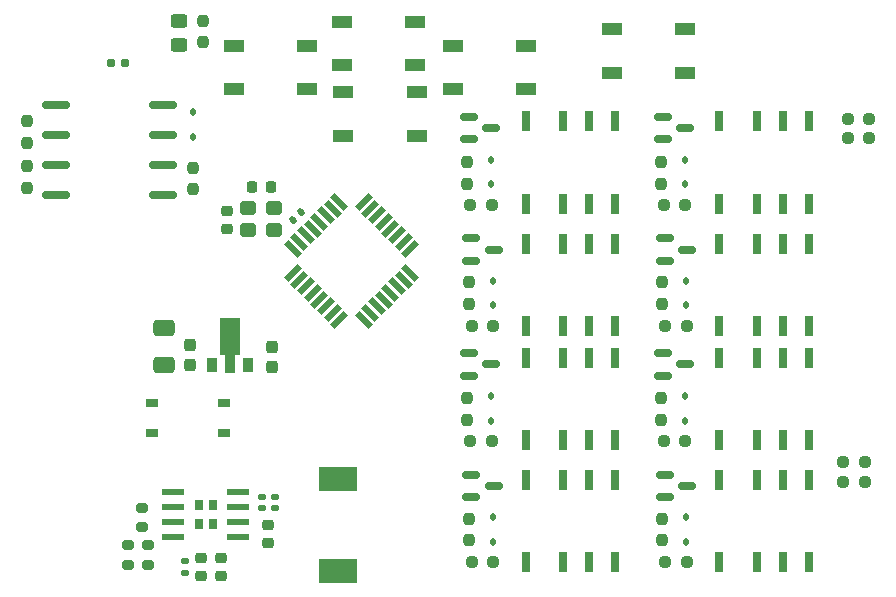
<source format=gbr>
%TF.GenerationSoftware,KiCad,Pcbnew,7.0.7*%
%TF.CreationDate,2023-09-26T16:34:25+02:00*%
%TF.ProjectId,OS-ServoDriver,4f532d53-6572-4766-9f44-72697665722e,rev?*%
%TF.SameCoordinates,Original*%
%TF.FileFunction,Paste,Top*%
%TF.FilePolarity,Positive*%
%FSLAX46Y46*%
G04 Gerber Fmt 4.6, Leading zero omitted, Abs format (unit mm)*
G04 Created by KiCad (PCBNEW 7.0.7) date 2023-09-26 16:34:25*
%MOMM*%
%LPD*%
G01*
G04 APERTURE LIST*
G04 Aperture macros list*
%AMRoundRect*
0 Rectangle with rounded corners*
0 $1 Rounding radius*
0 $2 $3 $4 $5 $6 $7 $8 $9 X,Y pos of 4 corners*
0 Add a 4 corners polygon primitive as box body*
4,1,4,$2,$3,$4,$5,$6,$7,$8,$9,$2,$3,0*
0 Add four circle primitives for the rounded corners*
1,1,$1+$1,$2,$3*
1,1,$1+$1,$4,$5*
1,1,$1+$1,$6,$7*
1,1,$1+$1,$8,$9*
0 Add four rect primitives between the rounded corners*
20,1,$1+$1,$2,$3,$4,$5,0*
20,1,$1+$1,$4,$5,$6,$7,0*
20,1,$1+$1,$6,$7,$8,$9,0*
20,1,$1+$1,$8,$9,$2,$3,0*%
%AMRotRect*
0 Rectangle, with rotation*
0 The origin of the aperture is its center*
0 $1 length*
0 $2 width*
0 $3 Rotation angle, in degrees counterclockwise*
0 Add horizontal line*
21,1,$1,$2,0,0,$3*%
%AMFreePoly0*
4,1,9,3.862500,-0.866500,0.737500,-0.866500,0.737500,-0.450000,-0.737500,-0.450000,-0.737500,0.450000,0.737500,0.450000,0.737500,0.866500,3.862500,0.866500,3.862500,-0.866500,3.862500,-0.866500,$1*%
G04 Aperture macros list end*
%ADD10R,1.800000X1.100000*%
%ADD11RoundRect,0.112500X0.112500X-0.187500X0.112500X0.187500X-0.112500X0.187500X-0.112500X-0.187500X0*%
%ADD12RoundRect,0.237500X-0.237500X0.250000X-0.237500X-0.250000X0.237500X-0.250000X0.237500X0.250000X0*%
%ADD13RoundRect,0.237500X-0.250000X-0.237500X0.250000X-0.237500X0.250000X0.237500X-0.250000X0.237500X0*%
%ADD14R,0.800000X1.800000*%
%ADD15RoundRect,0.150000X-0.587500X-0.150000X0.587500X-0.150000X0.587500X0.150000X-0.587500X0.150000X0*%
%ADD16RoundRect,0.162500X1.012500X0.162500X-1.012500X0.162500X-1.012500X-0.162500X1.012500X-0.162500X0*%
%ADD17R,0.900000X1.300000*%
%ADD18FreePoly0,90.000000*%
%ADD19RoundRect,0.237500X0.237500X-0.250000X0.237500X0.250000X-0.237500X0.250000X-0.237500X-0.250000X0*%
%ADD20R,1.000000X0.800000*%
%ADD21RoundRect,0.250000X0.650000X-0.412500X0.650000X0.412500X-0.650000X0.412500X-0.650000X-0.412500X0*%
%ADD22RoundRect,0.237500X0.237500X-0.300000X0.237500X0.300000X-0.237500X0.300000X-0.237500X-0.300000X0*%
%ADD23RoundRect,0.225000X-0.225000X-0.250000X0.225000X-0.250000X0.225000X0.250000X-0.225000X0.250000X0*%
%ADD24RoundRect,0.250000X0.450000X-0.325000X0.450000X0.325000X-0.450000X0.325000X-0.450000X-0.325000X0*%
%ADD25RoundRect,0.160000X0.197500X0.160000X-0.197500X0.160000X-0.197500X-0.160000X0.197500X-0.160000X0*%
%ADD26RoundRect,0.140000X0.021213X-0.219203X0.219203X-0.021213X-0.021213X0.219203X-0.219203X0.021213X0*%
%ADD27RoundRect,0.225000X-0.250000X0.225000X-0.250000X-0.225000X0.250000X-0.225000X0.250000X0.225000X0*%
%ADD28RotRect,1.600000X0.550000X45.000000*%
%ADD29RotRect,1.600000X0.550000X315.000000*%
%ADD30RoundRect,0.300000X0.400000X0.300000X-0.400000X0.300000X-0.400000X-0.300000X0.400000X-0.300000X0*%
%ADD31RoundRect,0.200000X0.275000X-0.200000X0.275000X0.200000X-0.275000X0.200000X-0.275000X-0.200000X0*%
%ADD32R,3.200000X2.000000*%
%ADD33RoundRect,0.200000X-0.275000X0.200000X-0.275000X-0.200000X0.275000X-0.200000X0.275000X0.200000X0*%
%ADD34RoundRect,0.140000X0.170000X-0.140000X0.170000X0.140000X-0.170000X0.140000X-0.170000X-0.140000X0*%
%ADD35R,1.910000X0.610000*%
%ADD36R,0.723000X0.930000*%
%ADD37RoundRect,0.225000X0.250000X-0.225000X0.250000X0.225000X-0.250000X0.225000X-0.250000X-0.225000X0*%
G04 APERTURE END LIST*
D10*
%TO.C,SW105*%
X141276000Y-104847000D03*
X135076000Y-104847000D03*
X141276000Y-101147000D03*
X135076000Y-101147000D03*
%TD*%
%TO.C,SW104*%
X127814000Y-106244000D03*
X121614000Y-106244000D03*
X127814000Y-102544000D03*
X121614000Y-102544000D03*
%TD*%
%TO.C,SW103*%
X118543000Y-110181000D03*
X112343000Y-110181000D03*
X118543000Y-106481000D03*
X112343000Y-106481000D03*
%TD*%
%TO.C,SW102*%
X118416000Y-104212000D03*
X112216000Y-104212000D03*
X118416000Y-100512000D03*
X112216000Y-100512000D03*
%TD*%
%TO.C,SW101*%
X103072000Y-102544000D03*
X109272000Y-102544000D03*
X103072000Y-106244000D03*
X109272000Y-106244000D03*
%TD*%
D11*
%TO.C,D901*%
X125003000Y-124550001D03*
X125003000Y-122450001D03*
%TD*%
D12*
%TO.C,R907*%
X122844001Y-114229001D03*
X122844001Y-112404001D03*
%TD*%
D13*
%TO.C,R905*%
X124899500Y-116007001D03*
X123074500Y-116007001D03*
%TD*%
D12*
%TO.C,R906*%
X122971001Y-122587501D03*
X122971001Y-124412501D03*
%TD*%
D13*
%TO.C,R904*%
X123201500Y-126294001D03*
X125026500Y-126294001D03*
%TD*%
D14*
%TO.C,K901*%
X127772000Y-126309000D03*
X130972000Y-126309000D03*
X133172000Y-126309000D03*
X135372000Y-126309000D03*
X135372000Y-119309000D03*
X133172000Y-119309000D03*
X130972000Y-119309000D03*
X127772000Y-119309000D03*
%TD*%
D15*
%TO.C,Q902*%
X124876000Y-109530001D03*
X123001000Y-110480001D03*
X123001000Y-108580001D03*
%TD*%
D14*
%TO.C,K902*%
X127772000Y-108959000D03*
X130972000Y-108959000D03*
X133172000Y-108959000D03*
X135372000Y-108959000D03*
X135372000Y-115959000D03*
X133172000Y-115959000D03*
X130972000Y-115959000D03*
X127772000Y-115959000D03*
%TD*%
D15*
%TO.C,Q901*%
X123176500Y-118867001D03*
X123176500Y-120767001D03*
X125051500Y-119817001D03*
%TD*%
D11*
%TO.C,D902*%
X124876000Y-112197001D03*
X124876000Y-114297001D03*
%TD*%
D12*
%TO.C,R1104*%
X122844000Y-134231000D03*
X122844000Y-132406000D03*
%TD*%
D14*
%TO.C,K1102*%
X127772000Y-135961000D03*
X130972000Y-135961000D03*
X133172000Y-135961000D03*
X135372000Y-135961000D03*
X135372000Y-128961000D03*
X133172000Y-128961000D03*
X130972000Y-128961000D03*
X127772000Y-128961000D03*
%TD*%
D11*
%TO.C,D1101*%
X125003000Y-142452000D03*
X125003000Y-144552000D03*
%TD*%
D12*
%TO.C,R1103*%
X122971000Y-144414500D03*
X122971000Y-142589500D03*
%TD*%
D11*
%TO.C,D1102*%
X124876000Y-132199000D03*
X124876000Y-134299000D03*
%TD*%
D14*
%TO.C,K1101*%
X127772000Y-146311000D03*
X130972000Y-146311000D03*
X133172000Y-146311000D03*
X135372000Y-146311000D03*
X135372000Y-139311000D03*
X133172000Y-139311000D03*
X130972000Y-139311000D03*
X127772000Y-139311000D03*
%TD*%
D15*
%TO.C,Q1102*%
X123001000Y-128582000D03*
X123001000Y-130482000D03*
X124876000Y-129532000D03*
%TD*%
%TO.C,Q1101*%
X123176500Y-138869000D03*
X123176500Y-140769000D03*
X125051500Y-139819000D03*
%TD*%
D13*
%TO.C,R1102*%
X124899500Y-136009000D03*
X123074500Y-136009000D03*
%TD*%
%TO.C,R1101*%
X125026500Y-146296000D03*
X123201500Y-146296000D03*
%TD*%
D16*
%TO.C,U701*%
X88011000Y-115189000D03*
X88011000Y-112649000D03*
X88011000Y-110109000D03*
X88011000Y-107569000D03*
X97061000Y-107569000D03*
X97061000Y-110109000D03*
X97061000Y-112649000D03*
X97061000Y-115189000D03*
%TD*%
D17*
%TO.C,U301*%
X101243000Y-129627500D03*
D18*
X102743000Y-129540000D03*
D17*
X104243000Y-129627500D03*
%TD*%
D12*
%TO.C,R1004*%
X139227001Y-132406001D03*
X139227001Y-134231001D03*
%TD*%
%TO.C,R1003*%
X139354001Y-142589501D03*
X139354001Y-144414501D03*
%TD*%
D13*
%TO.C,R1002*%
X139457500Y-136009001D03*
X141282500Y-136009001D03*
%TD*%
%TO.C,R1001*%
X139584500Y-146296001D03*
X141409500Y-146296001D03*
%TD*%
D12*
%TO.C,R804*%
X139227001Y-112404001D03*
X139227001Y-114229001D03*
%TD*%
%TO.C,R803*%
X139354001Y-122587501D03*
X139354001Y-124412501D03*
%TD*%
D13*
%TO.C,R802*%
X139457500Y-116007001D03*
X141282500Y-116007001D03*
%TD*%
%TO.C,R801*%
X139584500Y-126294001D03*
X141409500Y-126294001D03*
%TD*%
%TO.C,R705*%
X155043500Y-108753000D03*
X156868500Y-108753000D03*
%TD*%
%TO.C,R704*%
X155043500Y-110404000D03*
X156868500Y-110404000D03*
%TD*%
D19*
%TO.C,R703*%
X85551000Y-110767500D03*
X85551000Y-108942500D03*
%TD*%
%TO.C,R702*%
X85551000Y-114577500D03*
X85551000Y-112752500D03*
%TD*%
%TO.C,R701*%
X99648000Y-112879500D03*
X99648000Y-114704500D03*
%TD*%
D13*
%TO.C,R502*%
X156487500Y-137836000D03*
X154662500Y-137836000D03*
%TD*%
%TO.C,R501*%
X156487500Y-139487000D03*
X154662500Y-139487000D03*
%TD*%
D15*
%TO.C,Q1002*%
X139384000Y-128582001D03*
X139384000Y-130482001D03*
X141259000Y-129532001D03*
%TD*%
%TO.C,Q1001*%
X139559500Y-138869001D03*
X139559500Y-140769001D03*
X141434500Y-139819001D03*
%TD*%
%TO.C,Q802*%
X139384000Y-108580001D03*
X139384000Y-110480001D03*
X141259000Y-109530001D03*
%TD*%
%TO.C,Q801*%
X139559500Y-118867001D03*
X139559500Y-120767001D03*
X141434500Y-119817001D03*
%TD*%
D14*
%TO.C,K1002*%
X144155000Y-135961000D03*
X147355000Y-135961000D03*
X149555000Y-135961000D03*
X151755000Y-135961000D03*
X151755000Y-128961000D03*
X149555000Y-128961000D03*
X147355000Y-128961000D03*
X144155000Y-128961000D03*
%TD*%
%TO.C,K1001*%
X144155000Y-146311000D03*
X147355000Y-146311000D03*
X149555000Y-146311000D03*
X151755000Y-146311000D03*
X151755000Y-139311000D03*
X149555000Y-139311000D03*
X147355000Y-139311000D03*
X144155000Y-139311000D03*
%TD*%
%TO.C,K802*%
X144155000Y-115959000D03*
X147355000Y-115959000D03*
X149555000Y-115959000D03*
X151755000Y-115959000D03*
X151755000Y-108959000D03*
X149555000Y-108959000D03*
X147355000Y-108959000D03*
X144155000Y-108959000D03*
%TD*%
%TO.C,K801*%
X144155000Y-126309000D03*
X147355000Y-126309000D03*
X149555000Y-126309000D03*
X151755000Y-126309000D03*
X151755000Y-119309000D03*
X149555000Y-119309000D03*
X147355000Y-119309000D03*
X144155000Y-119309000D03*
%TD*%
D11*
%TO.C,D1002*%
X141259000Y-134299001D03*
X141259000Y-132199001D03*
%TD*%
%TO.C,D1001*%
X141386000Y-144552001D03*
X141386000Y-142452001D03*
%TD*%
%TO.C,D802*%
X141259000Y-114297001D03*
X141259000Y-112197001D03*
%TD*%
%TO.C,D801*%
X141386000Y-124550001D03*
X141386000Y-122450001D03*
%TD*%
%TO.C,D701*%
X99648000Y-108170000D03*
X99648000Y-110270000D03*
%TD*%
D20*
%TO.C,D101*%
X96112000Y-135382000D03*
X96112000Y-132842000D03*
X102262000Y-132842000D03*
X102262000Y-135382000D03*
%TD*%
D21*
%TO.C,C303*%
X97166000Y-126444000D03*
X97166000Y-129569000D03*
%TD*%
D22*
%TO.C,C302*%
X99325000Y-127906000D03*
X99325000Y-129631000D03*
%TD*%
%TO.C,C301*%
X106310000Y-128033000D03*
X106310000Y-129758000D03*
%TD*%
D19*
%TO.C,R201*%
X100435500Y-100457000D03*
X100435500Y-102282000D03*
%TD*%
D23*
%TO.C,C201*%
X106175000Y-114545000D03*
X104625000Y-114545000D03*
%TD*%
D24*
%TO.C,D201*%
X98444500Y-100455000D03*
X98444500Y-102505000D03*
%TD*%
D25*
%TO.C,R202*%
X93820500Y-104023000D03*
X92625500Y-104023000D03*
%TD*%
D26*
%TO.C,C202*%
X108745822Y-116628178D03*
X108067000Y-117307000D03*
%TD*%
D27*
%TO.C,C203*%
X102479000Y-118082000D03*
X102479000Y-116532000D03*
%TD*%
D28*
%TO.C,U202*%
X114055305Y-115791897D03*
X114620990Y-116357583D03*
X115186676Y-116923268D03*
X115752361Y-117488953D03*
X116318047Y-118054639D03*
X116883732Y-118620324D03*
X117449417Y-119186010D03*
X118015103Y-119751695D03*
D29*
X118015103Y-121802305D03*
X117449417Y-122367990D03*
X116883732Y-122933676D03*
X116318047Y-123499361D03*
X115752361Y-124065047D03*
X115186676Y-124630732D03*
X114620990Y-125196417D03*
X114055305Y-125762103D03*
D28*
X112004695Y-125762103D03*
X111439010Y-125196417D03*
X110873324Y-124630732D03*
X110307639Y-124065047D03*
X109741953Y-123499361D03*
X109176268Y-122933676D03*
X108610583Y-122367990D03*
X108044897Y-121802305D03*
D29*
X108044897Y-119751695D03*
X108610583Y-119186010D03*
X109176268Y-118620324D03*
X109741953Y-118054639D03*
X110307639Y-117488953D03*
X110873324Y-116923268D03*
X111439010Y-116357583D03*
X112004695Y-115791897D03*
%TD*%
D30*
%TO.C,Y201*%
X106457000Y-118196000D03*
X104257000Y-118196000D03*
X104257000Y-116296000D03*
X106457000Y-116296000D03*
%TD*%
D31*
%TO.C,R901*%
X94107000Y-146494000D03*
X94107000Y-144844000D03*
%TD*%
D32*
%TO.C,L901*%
X111887000Y-139229000D03*
X111887000Y-147029000D03*
%TD*%
D33*
%TO.C,R903*%
X95758000Y-144844000D03*
X95758000Y-146494000D03*
%TD*%
D34*
%TO.C,C906*%
X98933000Y-147163000D03*
X98933000Y-146203000D03*
%TD*%
D35*
%TO.C,U901*%
X103458500Y-144145000D03*
X103458500Y-142875000D03*
X103458500Y-141605000D03*
X103458500Y-140335000D03*
X97898500Y-140335000D03*
X97898500Y-141605000D03*
X97898500Y-142875000D03*
X97898500Y-144145000D03*
D36*
X101281000Y-143015000D03*
X101281000Y-141465000D03*
X100076000Y-143015000D03*
X100076000Y-141465000D03*
%TD*%
D34*
%TO.C,C903*%
X106553000Y-141732000D03*
X106553000Y-140772000D03*
%TD*%
D31*
%TO.C,R902*%
X95250000Y-143319000D03*
X95250000Y-141669000D03*
%TD*%
D27*
%TO.C,C901*%
X105918000Y-143116000D03*
X105918000Y-144666000D03*
%TD*%
D37*
%TO.C,C905*%
X101981000Y-147460000D03*
X101981000Y-145910000D03*
%TD*%
D34*
%TO.C,C902*%
X105410000Y-141732000D03*
X105410000Y-140772000D03*
%TD*%
D37*
%TO.C,C904*%
X100315000Y-147460000D03*
X100315000Y-145910000D03*
%TD*%
M02*

</source>
